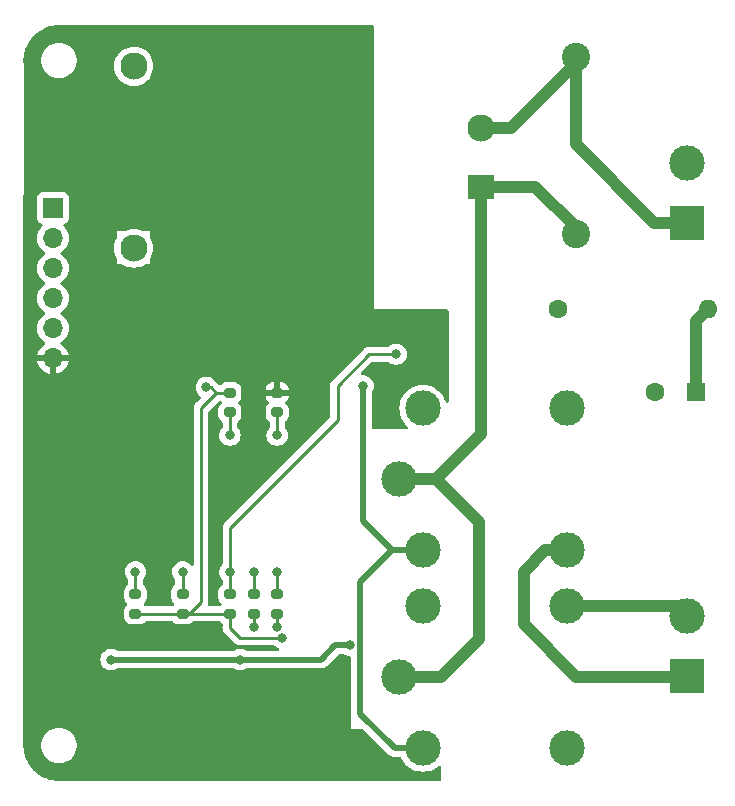
<source format=gbl>
G04 #@! TF.GenerationSoftware,KiCad,Pcbnew,7.0.8*
G04 #@! TF.CreationDate,2024-02-21T14:09:27-03:00*
G04 #@! TF.ProjectId,lamp_module,6c616d70-5f6d-46f6-9475-6c652e6b6963,1.0*
G04 #@! TF.SameCoordinates,Original*
G04 #@! TF.FileFunction,Copper,L2,Bot*
G04 #@! TF.FilePolarity,Positive*
%FSLAX46Y46*%
G04 Gerber Fmt 4.6, Leading zero omitted, Abs format (unit mm)*
G04 Created by KiCad (PCBNEW 7.0.8) date 2024-02-21 14:09:27*
%MOMM*%
%LPD*%
G01*
G04 APERTURE LIST*
G04 Aperture macros list*
%AMRoundRect*
0 Rectangle with rounded corners*
0 $1 Rounding radius*
0 $2 $3 $4 $5 $6 $7 $8 $9 X,Y pos of 4 corners*
0 Add a 4 corners polygon primitive as box body*
4,1,4,$2,$3,$4,$5,$6,$7,$8,$9,$2,$3,0*
0 Add four circle primitives for the rounded corners*
1,1,$1+$1,$2,$3*
1,1,$1+$1,$4,$5*
1,1,$1+$1,$6,$7*
1,1,$1+$1,$8,$9*
0 Add four rect primitives between the rounded corners*
20,1,$1+$1,$2,$3,$4,$5,0*
20,1,$1+$1,$4,$5,$6,$7,0*
20,1,$1+$1,$6,$7,$8,$9,0*
20,1,$1+$1,$8,$9,$2,$3,0*%
G04 Aperture macros list end*
G04 #@! TA.AperFunction,ComponentPad*
%ADD10R,3.000000X3.000000*%
G04 #@! TD*
G04 #@! TA.AperFunction,ComponentPad*
%ADD11C,3.000000*%
G04 #@! TD*
G04 #@! TA.AperFunction,ComponentPad*
%ADD12C,1.600000*%
G04 #@! TD*
G04 #@! TA.AperFunction,ComponentPad*
%ADD13O,1.600000X1.600000*%
G04 #@! TD*
G04 #@! TA.AperFunction,ComponentPad*
%ADD14R,1.600000X1.600000*%
G04 #@! TD*
G04 #@! TA.AperFunction,ComponentPad*
%ADD15C,2.400000*%
G04 #@! TD*
G04 #@! TA.AperFunction,ComponentPad*
%ADD16R,1.700000X1.700000*%
G04 #@! TD*
G04 #@! TA.AperFunction,ComponentPad*
%ADD17O,1.700000X1.700000*%
G04 #@! TD*
G04 #@! TA.AperFunction,ComponentPad*
%ADD18R,2.300000X2.000000*%
G04 #@! TD*
G04 #@! TA.AperFunction,ComponentPad*
%ADD19C,2.300000*%
G04 #@! TD*
G04 #@! TA.AperFunction,SMDPad,CuDef*
%ADD20RoundRect,0.200000X0.275000X-0.200000X0.275000X0.200000X-0.275000X0.200000X-0.275000X-0.200000X0*%
G04 #@! TD*
G04 #@! TA.AperFunction,SMDPad,CuDef*
%ADD21RoundRect,0.200000X-0.275000X0.200000X-0.275000X-0.200000X0.275000X-0.200000X0.275000X0.200000X0*%
G04 #@! TD*
G04 #@! TA.AperFunction,ViaPad*
%ADD22C,0.800000*%
G04 #@! TD*
G04 #@! TA.AperFunction,Conductor*
%ADD23C,1.000000*%
G04 #@! TD*
G04 #@! TA.AperFunction,Conductor*
%ADD24C,0.500000*%
G04 #@! TD*
G04 #@! TA.AperFunction,Conductor*
%ADD25C,0.250000*%
G04 #@! TD*
G04 APERTURE END LIST*
D10*
X175260000Y-85582250D03*
D11*
X175260000Y-80502250D03*
D12*
X164381750Y-92920250D03*
D13*
X177081750Y-92920250D03*
D11*
X150943750Y-107316250D03*
X165143750Y-101316250D03*
X165143750Y-113316250D03*
X152943750Y-113316250D03*
X152943750Y-101316250D03*
D10*
X175260000Y-123952000D03*
D11*
X175260000Y-118872000D03*
D14*
X176065750Y-99905250D03*
D12*
X172565750Y-99905250D03*
D11*
X150943750Y-124066250D03*
X165143750Y-118066250D03*
X165143750Y-130066250D03*
X152943750Y-130066250D03*
X152943750Y-118066250D03*
D15*
X165862000Y-86542250D03*
X165862000Y-71542250D03*
D16*
X121615750Y-84350250D03*
D17*
X121615750Y-86890250D03*
X121615750Y-89430250D03*
X121615750Y-91970250D03*
X121615750Y-94510250D03*
X121615750Y-97050250D03*
D18*
X157862250Y-82542250D03*
D19*
X157862250Y-77542250D03*
X128462250Y-87742250D03*
X128462250Y-72342250D03*
D20*
X138599750Y-118700250D03*
X138599750Y-117050250D03*
X136599750Y-118700250D03*
X136599750Y-117050250D03*
X128599750Y-118700250D03*
X128599750Y-117050250D03*
X140599750Y-118700250D03*
X140599750Y-117050250D03*
X140599750Y-101650250D03*
X140599750Y-100000250D03*
X132599750Y-118700250D03*
X132599750Y-117050250D03*
D21*
X136599750Y-100000250D03*
X136599750Y-101650250D03*
D22*
X137457750Y-122580250D03*
X147871750Y-99397250D03*
X126535750Y-122580250D03*
X146728750Y-121368250D03*
X139108750Y-92158250D03*
X133266750Y-128226250D03*
X123614750Y-77045250D03*
X125265750Y-128226250D03*
X136187750Y-128226250D03*
X143108750Y-126956250D03*
X136993250Y-93555250D03*
X128185750Y-95968250D03*
X144061750Y-102572250D03*
X142599750Y-124162250D03*
X133901750Y-125120250D03*
X150665750Y-94190250D03*
X122725750Y-125120250D03*
X136993250Y-98381250D03*
X134599750Y-99524250D03*
X141011401Y-120755045D03*
X132599750Y-115145250D03*
X128599750Y-115145250D03*
X136599750Y-103588250D03*
X140599750Y-103588250D03*
X140599750Y-119844250D03*
X140599750Y-115145250D03*
X138600750Y-119844250D03*
X138599750Y-115145250D03*
X150665750Y-96730250D03*
X136599750Y-115145250D03*
D23*
X157650750Y-120860250D02*
X157650750Y-110917250D01*
X165862000Y-85990500D02*
X165862000Y-86542250D01*
X154444750Y-124066250D02*
X157650750Y-120860250D01*
X157862250Y-103503750D02*
X154049750Y-107316250D01*
X154049750Y-107316250D02*
X150943750Y-107316250D01*
X157862250Y-82542250D02*
X162413750Y-82542250D01*
X157650750Y-110917250D02*
X154049750Y-107316250D01*
X157862250Y-82542250D02*
X157862250Y-103503750D01*
X150943750Y-124066250D02*
X154444750Y-124066250D01*
X162413750Y-82542250D02*
X165862000Y-85990500D01*
X165862000Y-72094000D02*
X165862000Y-71542250D01*
X165862000Y-78906500D02*
X172537750Y-85582250D01*
X172537750Y-85582250D02*
X175260000Y-85582250D01*
X157862250Y-77542250D02*
X160413750Y-77542250D01*
X160413750Y-77542250D02*
X165862000Y-72094000D01*
X165862000Y-71542250D02*
X165862000Y-78906500D01*
D24*
X152943750Y-113316250D02*
X150335750Y-113316250D01*
X147617750Y-116034250D02*
X150335750Y-113316250D01*
X145499750Y-121368250D02*
X144287750Y-122580250D01*
X152943750Y-130066250D02*
X150537250Y-130066250D01*
X126535750Y-122580250D02*
X137457750Y-122580250D01*
X146728750Y-121368250D02*
X145499750Y-121368250D01*
X147617750Y-127146750D02*
X147617750Y-116034250D01*
X147871750Y-110852250D02*
X147871750Y-99397250D01*
X150537250Y-130066250D02*
X147617750Y-127146750D01*
X144287750Y-122580250D02*
X137457750Y-122580250D01*
X150335750Y-113316250D02*
X147871750Y-110852250D01*
D25*
X133140750Y-118700250D02*
X132599750Y-118700250D01*
X135457750Y-100000250D02*
X134155750Y-101302250D01*
X141011401Y-120755045D02*
X137479545Y-120755045D01*
X137479545Y-120755045D02*
X136599750Y-119875250D01*
X132599750Y-118700250D02*
X136599750Y-118700250D01*
X136599750Y-119875250D02*
X136599750Y-118700250D01*
X134981750Y-99524250D02*
X135457750Y-100000250D01*
X134155750Y-101302250D02*
X134155750Y-117685250D01*
X136599750Y-100000250D02*
X135457750Y-100000250D01*
X134155750Y-117685250D02*
X133140750Y-118700250D01*
X128599750Y-118700250D02*
X132599750Y-118700250D01*
X134409750Y-99524250D02*
X134981750Y-99524250D01*
D23*
X176065750Y-93936250D02*
X177081750Y-92920250D01*
X176065750Y-99905250D02*
X176065750Y-93936250D01*
X163289750Y-113316250D02*
X161460750Y-115145250D01*
X165143750Y-113316250D02*
X163289750Y-113316250D01*
X175176750Y-124035250D02*
X175260000Y-123952000D01*
X161460750Y-115145250D02*
X161460750Y-119590250D01*
X165905750Y-124035250D02*
X175176750Y-124035250D01*
X161460750Y-119590250D02*
X165905750Y-124035250D01*
D25*
X132599750Y-115145250D02*
X132599750Y-117050250D01*
X128599750Y-117050250D02*
X128599750Y-115145250D01*
X136568750Y-103588250D02*
X136599750Y-103557250D01*
X136599750Y-103557250D02*
X136599750Y-101650250D01*
X140599750Y-103588250D02*
X140599750Y-101650250D01*
X140599750Y-118700250D02*
X140599750Y-119844250D01*
X140599750Y-115018250D02*
X140599750Y-117050250D01*
X138599750Y-119843250D02*
X138599750Y-118700250D01*
X138600750Y-119844250D02*
X138599750Y-119843250D01*
X138599750Y-117050250D02*
X138599750Y-115145250D01*
X145712750Y-102318250D02*
X145712750Y-99397250D01*
X145712750Y-99397250D02*
X148379750Y-96730250D01*
X136599750Y-115145250D02*
X136599750Y-111431250D01*
X136599750Y-111431250D02*
X145712750Y-102318250D01*
X136599750Y-115145250D02*
X136599750Y-117050250D01*
X148379750Y-96730250D02*
X150665750Y-96730250D01*
D23*
X174454250Y-118066250D02*
X175260000Y-118872000D01*
X165143750Y-118066250D02*
X174454250Y-118066250D01*
G04 #@! TA.AperFunction,Conductor*
G36*
X148703789Y-68870435D02*
G01*
X148749544Y-68923239D01*
X148760750Y-68974750D01*
X148760750Y-92920250D01*
X154986750Y-92920250D01*
X155053789Y-92939935D01*
X155099544Y-92992739D01*
X155110750Y-93044250D01*
X155110750Y-100715090D01*
X155091065Y-100782129D01*
X155038261Y-100827884D01*
X154969103Y-100837828D01*
X154905547Y-100808803D01*
X154870896Y-100754895D01*
X154869666Y-100755354D01*
X154868120Y-100751209D01*
X154868119Y-100751204D01*
X154768117Y-100483089D01*
X154692577Y-100344749D01*
X154630979Y-100231940D01*
X154630974Y-100231932D01*
X154459495Y-100002862D01*
X154459479Y-100002844D01*
X154257155Y-99800520D01*
X154257137Y-99800504D01*
X154028067Y-99629025D01*
X154028059Y-99629020D01*
X153776916Y-99491885D01*
X153776917Y-99491885D01*
X153669665Y-99451882D01*
X153508796Y-99391881D01*
X153508793Y-99391880D01*
X153508787Y-99391878D01*
X153229183Y-99331054D01*
X152943751Y-99310640D01*
X152943749Y-99310640D01*
X152658316Y-99331054D01*
X152378712Y-99391878D01*
X152110583Y-99491885D01*
X151859440Y-99629020D01*
X151859432Y-99629025D01*
X151630362Y-99800504D01*
X151630344Y-99800520D01*
X151428020Y-100002844D01*
X151428004Y-100002862D01*
X151256525Y-100231932D01*
X151256520Y-100231940D01*
X151119385Y-100483083D01*
X151019378Y-100751212D01*
X150958554Y-101030816D01*
X150938140Y-101316248D01*
X150938140Y-101316251D01*
X150958554Y-101601683D01*
X151019378Y-101881287D01*
X151019380Y-101881293D01*
X151019381Y-101881296D01*
X151055242Y-101977442D01*
X151119385Y-102149416D01*
X151256520Y-102400559D01*
X151256525Y-102400567D01*
X151428004Y-102629637D01*
X151428020Y-102629655D01*
X151630344Y-102831979D01*
X151630350Y-102831984D01*
X151630355Y-102831989D01*
X151660641Y-102854660D01*
X151663743Y-102856983D01*
X151705614Y-102912917D01*
X151710598Y-102982609D01*
X151677113Y-103043932D01*
X151615789Y-103077416D01*
X151589432Y-103080250D01*
X148746250Y-103080250D01*
X148679211Y-103060565D01*
X148633456Y-103007761D01*
X148622250Y-102956250D01*
X148622250Y-99931571D01*
X148638863Y-99869571D01*
X148698929Y-99765534D01*
X148757424Y-99585506D01*
X148777210Y-99397250D01*
X148757424Y-99208994D01*
X148698929Y-99028966D01*
X148604283Y-98865034D01*
X148477621Y-98724362D01*
X148461717Y-98712807D01*
X148324484Y-98613101D01*
X148324479Y-98613098D01*
X148151557Y-98536107D01*
X148151552Y-98536105D01*
X148005751Y-98505115D01*
X147966396Y-98496750D01*
X147797201Y-98496750D01*
X147730162Y-98477065D01*
X147684407Y-98424261D01*
X147674463Y-98355103D01*
X147703488Y-98291547D01*
X147709520Y-98285069D01*
X148073258Y-97921332D01*
X148602521Y-97392069D01*
X148663844Y-97358584D01*
X148690202Y-97355750D01*
X149962002Y-97355750D01*
X150029041Y-97375435D01*
X150054150Y-97396776D01*
X150059876Y-97403135D01*
X150059880Y-97403139D01*
X150213015Y-97514398D01*
X150213020Y-97514401D01*
X150385942Y-97591392D01*
X150385947Y-97591394D01*
X150571104Y-97630750D01*
X150571105Y-97630750D01*
X150760394Y-97630750D01*
X150760396Y-97630750D01*
X150945553Y-97591394D01*
X151118480Y-97514401D01*
X151271621Y-97403138D01*
X151398283Y-97262466D01*
X151492929Y-97098534D01*
X151551424Y-96918506D01*
X151571210Y-96730250D01*
X151551424Y-96541994D01*
X151492929Y-96361966D01*
X151398283Y-96198034D01*
X151271621Y-96057362D01*
X151271620Y-96057361D01*
X151118484Y-95946101D01*
X151118479Y-95946098D01*
X150945557Y-95869107D01*
X150945552Y-95869105D01*
X150799751Y-95838115D01*
X150760396Y-95829750D01*
X150571104Y-95829750D01*
X150538647Y-95836648D01*
X150385947Y-95869105D01*
X150385942Y-95869107D01*
X150213020Y-95946098D01*
X150213015Y-95946101D01*
X150059880Y-96057360D01*
X150059876Y-96057364D01*
X150054150Y-96063724D01*
X149994663Y-96100371D01*
X149962002Y-96104750D01*
X148462493Y-96104750D01*
X148446872Y-96103025D01*
X148446845Y-96103311D01*
X148439083Y-96102576D01*
X148369922Y-96104750D01*
X148340399Y-96104750D01*
X148333528Y-96105617D01*
X148327709Y-96106075D01*
X148281124Y-96107539D01*
X148281118Y-96107540D01*
X148261876Y-96113130D01*
X148242837Y-96117073D01*
X148222967Y-96119584D01*
X148222953Y-96119587D01*
X148179633Y-96136738D01*
X148174108Y-96138630D01*
X148129363Y-96151630D01*
X148129360Y-96151631D01*
X148112116Y-96161829D01*
X148094655Y-96170383D01*
X148076024Y-96177760D01*
X148076012Y-96177767D01*
X148038320Y-96205152D01*
X148033437Y-96208359D01*
X147993330Y-96232079D01*
X147979164Y-96246245D01*
X147964374Y-96258877D01*
X147948164Y-96270654D01*
X147948161Y-96270657D01*
X147918460Y-96306559D01*
X147914527Y-96310881D01*
X145328958Y-98896449D01*
X145316701Y-98906270D01*
X145316884Y-98906491D01*
X145310873Y-98911463D01*
X145263522Y-98961886D01*
X145242639Y-98982769D01*
X145242627Y-98982782D01*
X145238371Y-98988267D01*
X145234587Y-98992697D01*
X145202687Y-99026668D01*
X145202686Y-99026670D01*
X145193034Y-99044226D01*
X145182360Y-99060476D01*
X145170079Y-99076311D01*
X145170074Y-99076318D01*
X145151565Y-99119088D01*
X145148995Y-99124334D01*
X145126553Y-99165156D01*
X145121572Y-99184557D01*
X145115271Y-99202960D01*
X145107312Y-99221352D01*
X145107311Y-99221355D01*
X145100021Y-99267377D01*
X145098837Y-99273096D01*
X145087251Y-99318222D01*
X145087250Y-99318232D01*
X145087250Y-99338266D01*
X145085723Y-99357665D01*
X145082590Y-99377444D01*
X145082590Y-99377445D01*
X145086975Y-99423833D01*
X145087250Y-99429671D01*
X145087250Y-102007796D01*
X145067565Y-102074835D01*
X145050931Y-102095477D01*
X136215958Y-110930449D01*
X136203701Y-110940270D01*
X136203884Y-110940491D01*
X136197873Y-110945463D01*
X136150522Y-110995886D01*
X136129639Y-111016769D01*
X136129627Y-111016782D01*
X136125371Y-111022267D01*
X136121587Y-111026697D01*
X136089687Y-111060668D01*
X136089686Y-111060670D01*
X136080034Y-111078226D01*
X136069360Y-111094476D01*
X136057079Y-111110311D01*
X136057074Y-111110318D01*
X136038565Y-111153088D01*
X136035995Y-111158334D01*
X136013553Y-111199156D01*
X136008572Y-111218557D01*
X136002271Y-111236960D01*
X135994312Y-111255352D01*
X135994311Y-111255355D01*
X135987021Y-111301377D01*
X135985837Y-111307096D01*
X135974251Y-111352222D01*
X135974250Y-111352232D01*
X135974250Y-111372266D01*
X135972723Y-111391665D01*
X135969590Y-111411444D01*
X135969590Y-111411445D01*
X135973975Y-111457833D01*
X135974250Y-111463671D01*
X135974250Y-114446562D01*
X135954565Y-114513601D01*
X135942400Y-114529534D01*
X135867216Y-114613034D01*
X135772571Y-114776965D01*
X135772568Y-114776972D01*
X135731329Y-114903894D01*
X135714076Y-114956994D01*
X135694290Y-115145250D01*
X135714076Y-115333506D01*
X135714077Y-115333509D01*
X135772568Y-115513527D01*
X135772571Y-115513534D01*
X135867217Y-115677466D01*
X135885400Y-115697660D01*
X135942400Y-115760965D01*
X135972630Y-115823956D01*
X135974250Y-115843937D01*
X135974250Y-116173647D01*
X135954565Y-116240686D01*
X135914402Y-116279763D01*
X135889563Y-116294779D01*
X135889561Y-116294780D01*
X135769280Y-116415061D01*
X135681272Y-116560643D01*
X135630663Y-116723057D01*
X135624250Y-116793636D01*
X135624250Y-117306863D01*
X135630663Y-117377442D01*
X135630663Y-117377444D01*
X135630664Y-117377446D01*
X135681272Y-117539856D01*
X135705866Y-117580540D01*
X135769280Y-117685438D01*
X135871411Y-117787569D01*
X135904896Y-117848892D01*
X135899912Y-117918584D01*
X135871411Y-117962931D01*
X135795911Y-118038431D01*
X135734588Y-118071916D01*
X135708230Y-118074750D01*
X134861391Y-118074750D01*
X134794352Y-118055065D01*
X134748597Y-118002261D01*
X134738653Y-117933103D01*
X134741286Y-117919914D01*
X134741945Y-117917344D01*
X134741947Y-117917342D01*
X134746930Y-117897930D01*
X134753227Y-117879541D01*
X134761188Y-117861145D01*
X134768479Y-117815103D01*
X134769658Y-117809412D01*
X134781250Y-117764269D01*
X134781250Y-117744233D01*
X134782777Y-117724832D01*
X134785910Y-117705054D01*
X134781525Y-117658665D01*
X134781250Y-117652827D01*
X134781250Y-101612702D01*
X134800935Y-101545663D01*
X134817569Y-101525021D01*
X135243581Y-101099009D01*
X135650537Y-100692053D01*
X135711858Y-100658570D01*
X135781550Y-100663554D01*
X135825897Y-100692055D01*
X135871411Y-100737569D01*
X135904896Y-100798892D01*
X135899912Y-100868584D01*
X135871411Y-100912931D01*
X135769281Y-101015060D01*
X135769280Y-101015061D01*
X135681272Y-101160643D01*
X135630663Y-101323057D01*
X135624250Y-101393636D01*
X135624250Y-101906863D01*
X135630663Y-101977442D01*
X135681272Y-102139856D01*
X135769280Y-102285438D01*
X135889561Y-102405719D01*
X135889563Y-102405720D01*
X135889565Y-102405722D01*
X135914400Y-102420735D01*
X135961587Y-102472260D01*
X135974250Y-102526851D01*
X135974250Y-102889562D01*
X135954565Y-102956601D01*
X135942400Y-102972534D01*
X135867216Y-103056034D01*
X135772571Y-103219965D01*
X135772568Y-103219972D01*
X135746096Y-103301446D01*
X135714076Y-103399994D01*
X135694290Y-103588250D01*
X135714076Y-103776506D01*
X135714077Y-103776509D01*
X135772568Y-103956527D01*
X135772571Y-103956534D01*
X135867217Y-104120466D01*
X135916617Y-104175330D01*
X135993879Y-104261138D01*
X136147015Y-104372398D01*
X136147020Y-104372401D01*
X136319942Y-104449392D01*
X136319947Y-104449394D01*
X136505104Y-104488750D01*
X136505105Y-104488750D01*
X136694394Y-104488750D01*
X136694396Y-104488750D01*
X136879553Y-104449394D01*
X137052480Y-104372401D01*
X137205621Y-104261138D01*
X137332283Y-104120466D01*
X137426929Y-103956534D01*
X137485424Y-103776506D01*
X137505210Y-103588250D01*
X137485424Y-103399994D01*
X137426929Y-103219966D01*
X137332283Y-103056034D01*
X137321386Y-103043932D01*
X137257100Y-102972534D01*
X137226870Y-102909542D01*
X137225250Y-102889562D01*
X137225250Y-102526851D01*
X137244935Y-102459812D01*
X137285098Y-102420735D01*
X137309935Y-102405722D01*
X137430222Y-102285435D01*
X137518228Y-102139856D01*
X137568836Y-101977446D01*
X137575250Y-101906866D01*
X137575250Y-101906863D01*
X139624250Y-101906863D01*
X139630663Y-101977442D01*
X139681272Y-102139856D01*
X139769280Y-102285438D01*
X139889561Y-102405719D01*
X139889563Y-102405720D01*
X139889565Y-102405722D01*
X139914400Y-102420735D01*
X139961587Y-102472260D01*
X139974250Y-102526851D01*
X139974250Y-102889562D01*
X139954565Y-102956601D01*
X139942400Y-102972534D01*
X139867216Y-103056034D01*
X139772571Y-103219965D01*
X139772568Y-103219972D01*
X139746096Y-103301446D01*
X139714076Y-103399994D01*
X139694290Y-103588250D01*
X139714076Y-103776506D01*
X139714077Y-103776509D01*
X139772568Y-103956527D01*
X139772571Y-103956534D01*
X139867217Y-104120466D01*
X139916617Y-104175330D01*
X139993879Y-104261138D01*
X140147015Y-104372398D01*
X140147020Y-104372401D01*
X140319942Y-104449392D01*
X140319947Y-104449394D01*
X140505104Y-104488750D01*
X140505105Y-104488750D01*
X140694394Y-104488750D01*
X140694396Y-104488750D01*
X140879553Y-104449394D01*
X141052480Y-104372401D01*
X141205621Y-104261138D01*
X141332283Y-104120466D01*
X141426929Y-103956534D01*
X141485424Y-103776506D01*
X141505210Y-103588250D01*
X141485424Y-103399994D01*
X141426929Y-103219966D01*
X141332283Y-103056034D01*
X141321386Y-103043932D01*
X141257100Y-102972534D01*
X141226870Y-102909542D01*
X141225250Y-102889562D01*
X141225250Y-102526851D01*
X141244935Y-102459812D01*
X141285098Y-102420735D01*
X141309935Y-102405722D01*
X141430222Y-102285435D01*
X141518228Y-102139856D01*
X141568836Y-101977446D01*
X141575250Y-101906866D01*
X141575250Y-101393634D01*
X141568836Y-101323054D01*
X141518228Y-101160644D01*
X141430222Y-101015065D01*
X141430220Y-101015063D01*
X141430219Y-101015061D01*
X141327734Y-100912576D01*
X141294249Y-100851253D01*
X141299233Y-100781561D01*
X141327735Y-100737213D01*
X141429821Y-100635128D01*
X141429822Y-100635127D01*
X141517769Y-100489645D01*
X141568340Y-100327356D01*
X141574750Y-100256822D01*
X141574750Y-100250250D01*
X139624751Y-100250250D01*
X139624751Y-100256832D01*
X139631158Y-100327352D01*
X139631159Y-100327357D01*
X139681731Y-100489646D01*
X139769677Y-100635127D01*
X139871765Y-100737215D01*
X139905250Y-100798538D01*
X139900266Y-100868230D01*
X139871765Y-100912577D01*
X139769281Y-101015060D01*
X139769280Y-101015061D01*
X139681272Y-101160643D01*
X139630663Y-101323057D01*
X139624250Y-101393636D01*
X139624250Y-101906863D01*
X137575250Y-101906863D01*
X137575250Y-101393634D01*
X137568836Y-101323054D01*
X137518228Y-101160644D01*
X137430222Y-101015065D01*
X137430220Y-101015063D01*
X137430219Y-101015061D01*
X137328089Y-100912931D01*
X137294604Y-100851608D01*
X137299588Y-100781916D01*
X137328089Y-100737569D01*
X137430218Y-100635439D01*
X137430219Y-100635438D01*
X137430222Y-100635435D01*
X137518228Y-100489856D01*
X137568836Y-100327446D01*
X137575250Y-100256866D01*
X137575250Y-99750250D01*
X139624750Y-99750250D01*
X140349750Y-99750250D01*
X140349750Y-99100250D01*
X140849750Y-99100250D01*
X140849750Y-99750250D01*
X141574749Y-99750250D01*
X141574749Y-99743667D01*
X141568341Y-99673147D01*
X141568340Y-99673142D01*
X141517768Y-99510853D01*
X141429822Y-99365372D01*
X141309627Y-99245177D01*
X141164145Y-99157230D01*
X141164146Y-99157230D01*
X141001855Y-99106659D01*
X141001856Y-99106659D01*
X140931322Y-99100250D01*
X140849750Y-99100250D01*
X140349750Y-99100250D01*
X140349749Y-99100249D01*
X140268167Y-99100250D01*
X140197647Y-99106658D01*
X140197642Y-99106659D01*
X140035353Y-99157231D01*
X139889872Y-99245177D01*
X139769677Y-99365372D01*
X139681730Y-99510854D01*
X139631159Y-99673143D01*
X139624750Y-99743677D01*
X139624750Y-99750250D01*
X137575250Y-99750250D01*
X137575250Y-99743634D01*
X137568836Y-99673054D01*
X137518228Y-99510644D01*
X137430222Y-99365065D01*
X137430220Y-99365063D01*
X137430219Y-99365061D01*
X137309938Y-99244780D01*
X137234351Y-99199086D01*
X137164356Y-99156772D01*
X137001946Y-99106164D01*
X137001944Y-99106163D01*
X137001942Y-99106163D01*
X136952528Y-99101673D01*
X136931366Y-99099750D01*
X136268134Y-99099750D01*
X136248895Y-99101498D01*
X136197557Y-99106163D01*
X136035143Y-99156772D01*
X135889561Y-99244780D01*
X135889560Y-99244781D01*
X135825897Y-99308445D01*
X135764574Y-99341930D01*
X135694882Y-99336946D01*
X135650535Y-99308445D01*
X135482556Y-99140466D01*
X135472731Y-99128202D01*
X135472510Y-99128386D01*
X135467535Y-99122371D01*
X135440788Y-99097254D01*
X135417114Y-99075023D01*
X135396221Y-99054130D01*
X135390727Y-99049868D01*
X135386300Y-99046086D01*
X135352332Y-99014188D01*
X135352330Y-99014187D01*
X135348434Y-99010528D01*
X135332996Y-98993016D01*
X135332286Y-98992039D01*
X135332283Y-98992034D01*
X135205621Y-98851362D01*
X135205620Y-98851361D01*
X135052484Y-98740101D01*
X135052479Y-98740098D01*
X134879557Y-98663107D01*
X134879552Y-98663105D01*
X134733751Y-98632115D01*
X134694396Y-98623750D01*
X134505104Y-98623750D01*
X134472647Y-98630648D01*
X134319947Y-98663105D01*
X134319942Y-98663107D01*
X134147020Y-98740098D01*
X134147015Y-98740101D01*
X133993879Y-98851361D01*
X133867216Y-98992035D01*
X133772571Y-99155965D01*
X133772568Y-99155972D01*
X133719847Y-99318232D01*
X133714076Y-99335994D01*
X133694290Y-99524250D01*
X133714076Y-99712506D01*
X133714077Y-99712509D01*
X133772568Y-99892527D01*
X133772571Y-99892534D01*
X133867217Y-100056466D01*
X133993879Y-100197138D01*
X134097899Y-100272713D01*
X134140565Y-100328043D01*
X134146544Y-100397656D01*
X134113938Y-100459451D01*
X134112695Y-100460712D01*
X133771958Y-100801449D01*
X133759701Y-100811270D01*
X133759884Y-100811491D01*
X133753873Y-100816463D01*
X133706522Y-100866886D01*
X133685639Y-100887769D01*
X133685627Y-100887782D01*
X133681371Y-100893267D01*
X133677587Y-100897697D01*
X133645687Y-100931668D01*
X133645686Y-100931670D01*
X133636034Y-100949226D01*
X133625360Y-100965476D01*
X133613079Y-100981311D01*
X133613074Y-100981318D01*
X133594565Y-101024088D01*
X133591995Y-101029334D01*
X133569553Y-101070156D01*
X133564572Y-101089557D01*
X133558271Y-101107960D01*
X133550312Y-101126352D01*
X133550311Y-101126355D01*
X133543021Y-101172377D01*
X133541837Y-101178096D01*
X133530251Y-101223222D01*
X133530250Y-101223232D01*
X133530250Y-101243266D01*
X133528723Y-101262665D01*
X133525590Y-101282444D01*
X133525590Y-101282445D01*
X133529975Y-101328833D01*
X133530250Y-101334671D01*
X133530250Y-114509867D01*
X133510565Y-114576906D01*
X133457761Y-114622661D01*
X133388603Y-114632605D01*
X133325047Y-114603580D01*
X133314100Y-114592840D01*
X133299753Y-114576906D01*
X133205621Y-114472362D01*
X133205617Y-114472359D01*
X133052484Y-114361101D01*
X133052479Y-114361098D01*
X132879557Y-114284107D01*
X132879552Y-114284105D01*
X132733751Y-114253115D01*
X132694396Y-114244750D01*
X132505104Y-114244750D01*
X132472647Y-114251648D01*
X132319947Y-114284105D01*
X132319942Y-114284107D01*
X132147020Y-114361098D01*
X132147015Y-114361101D01*
X131993879Y-114472361D01*
X131867216Y-114613035D01*
X131772571Y-114776965D01*
X131772568Y-114776972D01*
X131731329Y-114903894D01*
X131714076Y-114956994D01*
X131694290Y-115145250D01*
X131714076Y-115333506D01*
X131714077Y-115333509D01*
X131772568Y-115513527D01*
X131772571Y-115513534D01*
X131867217Y-115677466D01*
X131885400Y-115697660D01*
X131942400Y-115760965D01*
X131972630Y-115823956D01*
X131974250Y-115843937D01*
X131974250Y-116173647D01*
X131954565Y-116240686D01*
X131914402Y-116279763D01*
X131889563Y-116294779D01*
X131889561Y-116294780D01*
X131769280Y-116415061D01*
X131681272Y-116560643D01*
X131630663Y-116723057D01*
X131624250Y-116793636D01*
X131624250Y-117306863D01*
X131630663Y-117377442D01*
X131630663Y-117377444D01*
X131630664Y-117377446D01*
X131681272Y-117539856D01*
X131705866Y-117580540D01*
X131769280Y-117685438D01*
X131871411Y-117787569D01*
X131904896Y-117848892D01*
X131899912Y-117918584D01*
X131871411Y-117962931D01*
X131795911Y-118038431D01*
X131734588Y-118071916D01*
X131708230Y-118074750D01*
X129491270Y-118074750D01*
X129424231Y-118055065D01*
X129403589Y-118038431D01*
X129328089Y-117962931D01*
X129294604Y-117901608D01*
X129299588Y-117831916D01*
X129328089Y-117787569D01*
X129430218Y-117685439D01*
X129430219Y-117685438D01*
X129430222Y-117685435D01*
X129518228Y-117539856D01*
X129568836Y-117377446D01*
X129575250Y-117306866D01*
X129575250Y-116793634D01*
X129568836Y-116723054D01*
X129518228Y-116560644D01*
X129430222Y-116415065D01*
X129430220Y-116415063D01*
X129430219Y-116415061D01*
X129309938Y-116294780D01*
X129309936Y-116294779D01*
X129309935Y-116294778D01*
X129285098Y-116279763D01*
X129237912Y-116228234D01*
X129225250Y-116173647D01*
X129225250Y-115843937D01*
X129244935Y-115776898D01*
X129257100Y-115760965D01*
X129275641Y-115740372D01*
X129332283Y-115677466D01*
X129426929Y-115513534D01*
X129485424Y-115333506D01*
X129505210Y-115145250D01*
X129485424Y-114956994D01*
X129426929Y-114776966D01*
X129332283Y-114613034D01*
X129205621Y-114472362D01*
X129205617Y-114472359D01*
X129052484Y-114361101D01*
X129052479Y-114361098D01*
X128879557Y-114284107D01*
X128879552Y-114284105D01*
X128733751Y-114253115D01*
X128694396Y-114244750D01*
X128505104Y-114244750D01*
X128472647Y-114251648D01*
X128319947Y-114284105D01*
X128319942Y-114284107D01*
X128147020Y-114361098D01*
X128147015Y-114361101D01*
X127993879Y-114472361D01*
X127867216Y-114613035D01*
X127772571Y-114776965D01*
X127772568Y-114776972D01*
X127731329Y-114903894D01*
X127714076Y-114956994D01*
X127694290Y-115145250D01*
X127714076Y-115333506D01*
X127714077Y-115333509D01*
X127772568Y-115513527D01*
X127772571Y-115513534D01*
X127867217Y-115677466D01*
X127885400Y-115697660D01*
X127942400Y-115760965D01*
X127972630Y-115823956D01*
X127974250Y-115843937D01*
X127974250Y-116173647D01*
X127954565Y-116240686D01*
X127914402Y-116279763D01*
X127889563Y-116294779D01*
X127889561Y-116294780D01*
X127769280Y-116415061D01*
X127681272Y-116560643D01*
X127630663Y-116723057D01*
X127624250Y-116793636D01*
X127624250Y-117306863D01*
X127630663Y-117377442D01*
X127630663Y-117377444D01*
X127630664Y-117377446D01*
X127681272Y-117539856D01*
X127705866Y-117580540D01*
X127769280Y-117685438D01*
X127871411Y-117787569D01*
X127904896Y-117848892D01*
X127899912Y-117918584D01*
X127871411Y-117962931D01*
X127769281Y-118065060D01*
X127769280Y-118065061D01*
X127681272Y-118210643D01*
X127630663Y-118373057D01*
X127624250Y-118443636D01*
X127624250Y-118956863D01*
X127630663Y-119027442D01*
X127630663Y-119027444D01*
X127630664Y-119027446D01*
X127681272Y-119189856D01*
X127765136Y-119328584D01*
X127769280Y-119335438D01*
X127889561Y-119455719D01*
X127889563Y-119455720D01*
X127889565Y-119455722D01*
X128035144Y-119543728D01*
X128197554Y-119594336D01*
X128268134Y-119600750D01*
X128268137Y-119600750D01*
X128931363Y-119600750D01*
X128931366Y-119600750D01*
X129001946Y-119594336D01*
X129164356Y-119543728D01*
X129309935Y-119455722D01*
X129325765Y-119439892D01*
X129403589Y-119362069D01*
X129464912Y-119328584D01*
X129491270Y-119325750D01*
X131708230Y-119325750D01*
X131775269Y-119345435D01*
X131795911Y-119362069D01*
X131889561Y-119455719D01*
X131889563Y-119455720D01*
X131889565Y-119455722D01*
X132035144Y-119543728D01*
X132197554Y-119594336D01*
X132268134Y-119600750D01*
X132268137Y-119600750D01*
X132931363Y-119600750D01*
X132931366Y-119600750D01*
X133001946Y-119594336D01*
X133164356Y-119543728D01*
X133309935Y-119455722D01*
X133325765Y-119439892D01*
X133403589Y-119362069D01*
X133464912Y-119328584D01*
X133491270Y-119325750D01*
X135708230Y-119325750D01*
X135775269Y-119345435D01*
X135795911Y-119362069D01*
X135889561Y-119455719D01*
X135889563Y-119455720D01*
X135889565Y-119455722D01*
X135914400Y-119470735D01*
X135961587Y-119522260D01*
X135974250Y-119576851D01*
X135974250Y-119792505D01*
X135972525Y-119808122D01*
X135972811Y-119808149D01*
X135972076Y-119815915D01*
X135974250Y-119885064D01*
X135974250Y-119914593D01*
X135974251Y-119914610D01*
X135975118Y-119921481D01*
X135975576Y-119927300D01*
X135977040Y-119973874D01*
X135977041Y-119973877D01*
X135982630Y-119993117D01*
X135986574Y-120012161D01*
X135989086Y-120032042D01*
X136004851Y-120071860D01*
X136006240Y-120075369D01*
X136008132Y-120080897D01*
X136017760Y-120114036D01*
X136021132Y-120125640D01*
X136023441Y-120129545D01*
X136031330Y-120142884D01*
X136039888Y-120160353D01*
X136047264Y-120178982D01*
X136074648Y-120216673D01*
X136077856Y-120221557D01*
X136101577Y-120261666D01*
X136101583Y-120261674D01*
X136115740Y-120275830D01*
X136128378Y-120290626D01*
X136140155Y-120306836D01*
X136140156Y-120306837D01*
X136176059Y-120336538D01*
X136180370Y-120340460D01*
X136783210Y-120943301D01*
X136978742Y-121138833D01*
X136988567Y-121151096D01*
X136988788Y-121150914D01*
X136993759Y-121156923D01*
X137019762Y-121181340D01*
X137044180Y-121204271D01*
X137065074Y-121225165D01*
X137070556Y-121229418D01*
X137074988Y-121233202D01*
X137108963Y-121265107D01*
X137126521Y-121274759D01*
X137142778Y-121285438D01*
X137158609Y-121297718D01*
X137178282Y-121306231D01*
X137201378Y-121316227D01*
X137206622Y-121318795D01*
X137247453Y-121341242D01*
X137260068Y-121344480D01*
X137266850Y-121346222D01*
X137285264Y-121352526D01*
X137303649Y-121360483D01*
X137349702Y-121367777D01*
X137355371Y-121368951D01*
X137400526Y-121380545D01*
X137420561Y-121380545D01*
X137439958Y-121382071D01*
X137459741Y-121385205D01*
X137506129Y-121380820D01*
X137511967Y-121380545D01*
X140307653Y-121380545D01*
X140374692Y-121400230D01*
X140399801Y-121421571D01*
X140405527Y-121427930D01*
X140405531Y-121427934D01*
X140558666Y-121539193D01*
X140558671Y-121539196D01*
X140678326Y-121592471D01*
X140731563Y-121637721D01*
X140751884Y-121704571D01*
X140732838Y-121771794D01*
X140680472Y-121818049D01*
X140627890Y-121829750D01*
X137997087Y-121829750D01*
X137930048Y-121810065D01*
X137924202Y-121806068D01*
X137910484Y-121796101D01*
X137910479Y-121796098D01*
X137737557Y-121719107D01*
X137737552Y-121719105D01*
X137591694Y-121688103D01*
X137552396Y-121679750D01*
X137363104Y-121679750D01*
X137330647Y-121686648D01*
X137177947Y-121719105D01*
X137177942Y-121719107D01*
X137005020Y-121796098D01*
X137005015Y-121796101D01*
X136991298Y-121806068D01*
X136925492Y-121829548D01*
X136918413Y-121829750D01*
X127075087Y-121829750D01*
X127008048Y-121810065D01*
X127002202Y-121806068D01*
X126988484Y-121796101D01*
X126988479Y-121796098D01*
X126815557Y-121719107D01*
X126815552Y-121719105D01*
X126669694Y-121688103D01*
X126630396Y-121679750D01*
X126441104Y-121679750D01*
X126408647Y-121686648D01*
X126255947Y-121719105D01*
X126255942Y-121719107D01*
X126083020Y-121796098D01*
X126083015Y-121796101D01*
X125929879Y-121907361D01*
X125803216Y-122048035D01*
X125708571Y-122211965D01*
X125708568Y-122211972D01*
X125666567Y-122341239D01*
X125650076Y-122391994D01*
X125630290Y-122580250D01*
X125650076Y-122768506D01*
X125650077Y-122768509D01*
X125708568Y-122948527D01*
X125708571Y-122948534D01*
X125803217Y-123112466D01*
X125853695Y-123168527D01*
X125929879Y-123253138D01*
X126083015Y-123364398D01*
X126083020Y-123364401D01*
X126255942Y-123441392D01*
X126255947Y-123441394D01*
X126441104Y-123480750D01*
X126441105Y-123480750D01*
X126630394Y-123480750D01*
X126630396Y-123480750D01*
X126815553Y-123441394D01*
X126988480Y-123364401D01*
X126990526Y-123362914D01*
X127002202Y-123354432D01*
X127068008Y-123330952D01*
X127075087Y-123330750D01*
X136918413Y-123330750D01*
X136985452Y-123350435D01*
X136991298Y-123354432D01*
X137005015Y-123364398D01*
X137005020Y-123364401D01*
X137177942Y-123441392D01*
X137177947Y-123441394D01*
X137363104Y-123480750D01*
X137363105Y-123480750D01*
X137552394Y-123480750D01*
X137552396Y-123480750D01*
X137737553Y-123441394D01*
X137910480Y-123364401D01*
X137912526Y-123362914D01*
X137924202Y-123354432D01*
X137990008Y-123330952D01*
X137997087Y-123330750D01*
X144224045Y-123330750D01*
X144242015Y-123332059D01*
X144265773Y-123335539D01*
X144317818Y-123330985D01*
X144323220Y-123330750D01*
X144331454Y-123330750D01*
X144331459Y-123330750D01*
X144343077Y-123329391D01*
X144364026Y-123326943D01*
X144376778Y-123325827D01*
X144440547Y-123320249D01*
X144440555Y-123320246D01*
X144447616Y-123318789D01*
X144447628Y-123318848D01*
X144454993Y-123317215D01*
X144454979Y-123317156D01*
X144461996Y-123315491D01*
X144462005Y-123315491D01*
X144534173Y-123289224D01*
X144607084Y-123265064D01*
X144607093Y-123265057D01*
X144613632Y-123262010D01*
X144613658Y-123262066D01*
X144620440Y-123258782D01*
X144620413Y-123258728D01*
X144626856Y-123255490D01*
X144626867Y-123255487D01*
X144691033Y-123213284D01*
X144756406Y-123172962D01*
X144756412Y-123172955D01*
X144762075Y-123168479D01*
X144762113Y-123168527D01*
X144767950Y-123163772D01*
X144767911Y-123163725D01*
X144773446Y-123159080D01*
X144826135Y-123103232D01*
X145774299Y-122155069D01*
X145835622Y-122121584D01*
X145861980Y-122118750D01*
X146189413Y-122118750D01*
X146256452Y-122138435D01*
X146262298Y-122142432D01*
X146276015Y-122152398D01*
X146276020Y-122152401D01*
X146448942Y-122229392D01*
X146448947Y-122229394D01*
X146634104Y-122268750D01*
X146634105Y-122268750D01*
X146731750Y-122268750D01*
X146798789Y-122288435D01*
X146844544Y-122341239D01*
X146855750Y-122392750D01*
X146855750Y-128480250D01*
X147838520Y-128480250D01*
X147905559Y-128499935D01*
X147926201Y-128516569D01*
X149961517Y-130551884D01*
X149973298Y-130565516D01*
X149987640Y-130584780D01*
X150027670Y-130618369D01*
X150031642Y-130622009D01*
X150037473Y-130627840D01*
X150063189Y-130648173D01*
X150122036Y-130697552D01*
X150122038Y-130697553D01*
X150128073Y-130701522D01*
X150128039Y-130701572D01*
X150134394Y-130705620D01*
X150134427Y-130705568D01*
X150140569Y-130709357D01*
X150140573Y-130709360D01*
X150210164Y-130741811D01*
X150278808Y-130776286D01*
X150278811Y-130776287D01*
X150278817Y-130776290D01*
X150278822Y-130776291D01*
X150285605Y-130778760D01*
X150285584Y-130778817D01*
X150292701Y-130781290D01*
X150292720Y-130781234D01*
X150299580Y-130783507D01*
X150374782Y-130799034D01*
X150449529Y-130816750D01*
X150449538Y-130816750D01*
X150456702Y-130817588D01*
X150456695Y-130817647D01*
X150464196Y-130818413D01*
X150464202Y-130818354D01*
X150471390Y-130818983D01*
X150471393Y-130818982D01*
X150471394Y-130818983D01*
X150548148Y-130816750D01*
X151002457Y-130816750D01*
X151069496Y-130836435D01*
X151115251Y-130889239D01*
X151118636Y-130897410D01*
X151119380Y-130899404D01*
X151119385Y-130899416D01*
X151256520Y-131150559D01*
X151256525Y-131150567D01*
X151428004Y-131379637D01*
X151428020Y-131379655D01*
X151630344Y-131581979D01*
X151630362Y-131581995D01*
X151859432Y-131753474D01*
X151859440Y-131753479D01*
X152110583Y-131890614D01*
X152110582Y-131890614D01*
X152110586Y-131890615D01*
X152110589Y-131890617D01*
X152378704Y-131990619D01*
X152378710Y-131990620D01*
X152378712Y-131990621D01*
X152658316Y-132051445D01*
X152658318Y-132051445D01*
X152658322Y-132051446D01*
X152911970Y-132069587D01*
X152943749Y-132071860D01*
X152943750Y-132071860D01*
X152943751Y-132071860D01*
X152972345Y-132069814D01*
X153229178Y-132051446D01*
X153350092Y-132025143D01*
X153508787Y-131990621D01*
X153508787Y-131990620D01*
X153508796Y-131990619D01*
X153776911Y-131890617D01*
X154028065Y-131753476D01*
X154257145Y-131581989D01*
X154264066Y-131575067D01*
X154325386Y-131541581D01*
X154395078Y-131546562D01*
X154451013Y-131588431D01*
X154475434Y-131653894D01*
X154475750Y-131662746D01*
X154475750Y-132722808D01*
X154456065Y-132789847D01*
X154403261Y-132835602D01*
X154351761Y-132846808D01*
X122117372Y-132849748D01*
X122114122Y-132849663D01*
X121982259Y-132842755D01*
X121798738Y-132832452D01*
X121792512Y-132831785D01*
X121640110Y-132807650D01*
X121477581Y-132780037D01*
X121471917Y-132778800D01*
X121319045Y-132737840D01*
X121164021Y-132693180D01*
X121158963Y-132691484D01*
X121009560Y-132634135D01*
X120861745Y-132572909D01*
X120857322Y-132570870D01*
X120713815Y-132497752D01*
X120574273Y-132420631D01*
X120570495Y-132418364D01*
X120434859Y-132330282D01*
X120304986Y-132238132D01*
X120301845Y-132235750D01*
X120176983Y-132134639D01*
X120174687Y-132132685D01*
X120057021Y-132027533D01*
X120054494Y-132025143D01*
X119940855Y-131911504D01*
X119938465Y-131908977D01*
X119833313Y-131791311D01*
X119831359Y-131789015D01*
X119802579Y-131753474D01*
X119730243Y-131664146D01*
X119727866Y-131661012D01*
X119671796Y-131581988D01*
X119635722Y-131531147D01*
X119547626Y-131395490D01*
X119545378Y-131391744D01*
X119468240Y-131252170D01*
X119395128Y-131108676D01*
X119393089Y-131104253D01*
X119331864Y-130956439D01*
X119320570Y-130927016D01*
X119274508Y-130807019D01*
X119272825Y-130801998D01*
X119228165Y-130646975D01*
X119187198Y-130494076D01*
X119185965Y-130488435D01*
X119158353Y-130325915D01*
X119134212Y-130173478D01*
X119133549Y-130167292D01*
X119123241Y-129983698D01*
X119122764Y-129974585D01*
X120615250Y-129974585D01*
X120628893Y-130056344D01*
X120656179Y-130219866D01*
X120736919Y-130455052D01*
X120736922Y-130455061D01*
X120855274Y-130673756D01*
X120855276Y-130673759D01*
X121008012Y-130869994D01*
X121167494Y-131016807D01*
X121190967Y-131038416D01*
X121399143Y-131174423D01*
X121626868Y-131274313D01*
X121867925Y-131335357D01*
X121867929Y-131335358D01*
X121867931Y-131335358D01*
X121867936Y-131335359D01*
X122001126Y-131346395D01*
X122053683Y-131350750D01*
X122053685Y-131350750D01*
X122177815Y-131350750D01*
X122177817Y-131350750D01*
X122239034Y-131345677D01*
X122363563Y-131335359D01*
X122363566Y-131335358D01*
X122363571Y-131335358D01*
X122604631Y-131274313D01*
X122832357Y-131174423D01*
X123040535Y-131038414D01*
X123223488Y-130869994D01*
X123376224Y-130673759D01*
X123494578Y-130455060D01*
X123575321Y-130219864D01*
X123616250Y-129974585D01*
X123616250Y-129725915D01*
X123575321Y-129480636D01*
X123494578Y-129245440D01*
X123376224Y-129026741D01*
X123223488Y-128830506D01*
X123040535Y-128662086D01*
X123040532Y-128662083D01*
X122832356Y-128526076D01*
X122604631Y-128426186D01*
X122363574Y-128365142D01*
X122363563Y-128365140D01*
X122198298Y-128351447D01*
X122177817Y-128349750D01*
X122053683Y-128349750D01*
X122034271Y-128351358D01*
X121867936Y-128365140D01*
X121867925Y-128365142D01*
X121626868Y-128426186D01*
X121399143Y-128526076D01*
X121190967Y-128662083D01*
X121008011Y-128830507D01*
X120855274Y-129026743D01*
X120736922Y-129245438D01*
X120736919Y-129245447D01*
X120656179Y-129480633D01*
X120615250Y-129725915D01*
X120615250Y-129974585D01*
X119122764Y-129974585D01*
X119116334Y-129851871D01*
X119116250Y-129848629D01*
X119116250Y-126559598D01*
X119116740Y-123332059D01*
X119121119Y-94510250D01*
X120260091Y-94510250D01*
X120280686Y-94745653D01*
X120280688Y-94745663D01*
X120341844Y-94973905D01*
X120341846Y-94973909D01*
X120341847Y-94973913D01*
X120441715Y-95188080D01*
X120441717Y-95188084D01*
X120577251Y-95381645D01*
X120577256Y-95381652D01*
X120744347Y-95548743D01*
X120744353Y-95548748D01*
X120930344Y-95678980D01*
X120973969Y-95733557D01*
X120981163Y-95803055D01*
X120949640Y-95865410D01*
X120930345Y-95882130D01*
X120744672Y-96012140D01*
X120744670Y-96012141D01*
X120577641Y-96179170D01*
X120577636Y-96179176D01*
X120442150Y-96372670D01*
X120442149Y-96372672D01*
X120342320Y-96586757D01*
X120342317Y-96586763D01*
X120285114Y-96800249D01*
X120285114Y-96800250D01*
X121182064Y-96800250D01*
X121156257Y-96840406D01*
X121115750Y-96978361D01*
X121115750Y-97122139D01*
X121156257Y-97260094D01*
X121182064Y-97300250D01*
X120285114Y-97300250D01*
X120342317Y-97513736D01*
X120342320Y-97513742D01*
X120442149Y-97727828D01*
X120577644Y-97921332D01*
X120744667Y-98088355D01*
X120938171Y-98223850D01*
X121152257Y-98323679D01*
X121152266Y-98323683D01*
X121365750Y-98380884D01*
X121365750Y-97485751D01*
X121473435Y-97534930D01*
X121579987Y-97550250D01*
X121651513Y-97550250D01*
X121758065Y-97534930D01*
X121865750Y-97485751D01*
X121865750Y-98380883D01*
X122079233Y-98323683D01*
X122079242Y-98323679D01*
X122293328Y-98223850D01*
X122486832Y-98088355D01*
X122653855Y-97921332D01*
X122789350Y-97727828D01*
X122889179Y-97513742D01*
X122889182Y-97513736D01*
X122946386Y-97300250D01*
X122049436Y-97300250D01*
X122075243Y-97260094D01*
X122115750Y-97122139D01*
X122115750Y-96978361D01*
X122075243Y-96840406D01*
X122049436Y-96800250D01*
X122946386Y-96800250D01*
X122946385Y-96800249D01*
X122889182Y-96586763D01*
X122889179Y-96586757D01*
X122789350Y-96372672D01*
X122789349Y-96372670D01*
X122653863Y-96179176D01*
X122653858Y-96179170D01*
X122486828Y-96012140D01*
X122301155Y-95882129D01*
X122257530Y-95827552D01*
X122250338Y-95758054D01*
X122281860Y-95695699D01*
X122301156Y-95678980D01*
X122487151Y-95548745D01*
X122654245Y-95381651D01*
X122789785Y-95188080D01*
X122889653Y-94973913D01*
X122950813Y-94745658D01*
X122971409Y-94510250D01*
X122950813Y-94274842D01*
X122889653Y-94046587D01*
X122789785Y-93832421D01*
X122654245Y-93638849D01*
X122654244Y-93638847D01*
X122487152Y-93471756D01*
X122487146Y-93471751D01*
X122301592Y-93341825D01*
X122257967Y-93287248D01*
X122250773Y-93217750D01*
X122282296Y-93155395D01*
X122301592Y-93138675D01*
X122323776Y-93123141D01*
X122487151Y-93008745D01*
X122654245Y-92841651D01*
X122789785Y-92648080D01*
X122889653Y-92433913D01*
X122950813Y-92205658D01*
X122971409Y-91970250D01*
X122950813Y-91734842D01*
X122889653Y-91506587D01*
X122789785Y-91292421D01*
X122654245Y-91098849D01*
X122654244Y-91098847D01*
X122487152Y-90931756D01*
X122487146Y-90931751D01*
X122301592Y-90801825D01*
X122257967Y-90747248D01*
X122250773Y-90677750D01*
X122282296Y-90615395D01*
X122301592Y-90598675D01*
X122323776Y-90583141D01*
X122487151Y-90468745D01*
X122654245Y-90301651D01*
X122789785Y-90108080D01*
X122889653Y-89893913D01*
X122950813Y-89665658D01*
X122971409Y-89430250D01*
X122950813Y-89194842D01*
X122889653Y-88966587D01*
X122789785Y-88752421D01*
X122701071Y-88625723D01*
X122654244Y-88558847D01*
X122487152Y-88391756D01*
X122487146Y-88391751D01*
X122301592Y-88261825D01*
X122257967Y-88207248D01*
X122250773Y-88137750D01*
X122282296Y-88075395D01*
X122301592Y-88058675D01*
X122453805Y-87952094D01*
X122487151Y-87928745D01*
X122654245Y-87761651D01*
X122667830Y-87742250D01*
X126807148Y-87742250D01*
X126827524Y-88001162D01*
X126888151Y-88253695D01*
X126888156Y-88253712D01*
X126987540Y-88493645D01*
X127025477Y-88555552D01*
X127043750Y-88620343D01*
X127043750Y-89110250D01*
X127501748Y-89110250D01*
X127566538Y-89128523D01*
X127710849Y-89216957D01*
X127710852Y-89216959D01*
X127950787Y-89316343D01*
X127950804Y-89316348D01*
X128203338Y-89376975D01*
X128203337Y-89376975D01*
X128462250Y-89397351D01*
X128721162Y-89376975D01*
X128973695Y-89316348D01*
X128973712Y-89316343D01*
X129213647Y-89216959D01*
X129213650Y-89216957D01*
X129357962Y-89128523D01*
X129422752Y-89110250D01*
X129837750Y-89110250D01*
X129837750Y-88690513D01*
X129856023Y-88625723D01*
X129936957Y-88493650D01*
X129936959Y-88493647D01*
X130036343Y-88253712D01*
X130036348Y-88253695D01*
X130096975Y-88001162D01*
X130117351Y-87742250D01*
X130096975Y-87483337D01*
X130036348Y-87230804D01*
X130036343Y-87230787D01*
X129936959Y-86990852D01*
X129856022Y-86858773D01*
X129837750Y-86793984D01*
X129837750Y-86316250D01*
X129328106Y-86316250D01*
X129263317Y-86297978D01*
X129213647Y-86267540D01*
X128973712Y-86168156D01*
X128973695Y-86168151D01*
X128721161Y-86107524D01*
X128721162Y-86107524D01*
X128462250Y-86087148D01*
X128203337Y-86107524D01*
X127950804Y-86168151D01*
X127950787Y-86168156D01*
X127710852Y-86267540D01*
X127661183Y-86297978D01*
X127596394Y-86316250D01*
X127043750Y-86316250D01*
X127043750Y-86864154D01*
X127025478Y-86928943D01*
X126987540Y-86990852D01*
X126888156Y-87230787D01*
X126888151Y-87230804D01*
X126827524Y-87483337D01*
X126807148Y-87742250D01*
X122667830Y-87742250D01*
X122789785Y-87568080D01*
X122889653Y-87353913D01*
X122950813Y-87125658D01*
X122971409Y-86890250D01*
X122950813Y-86654842D01*
X122889653Y-86426587D01*
X122789785Y-86212421D01*
X122758790Y-86168156D01*
X122654246Y-86018850D01*
X122654245Y-86018849D01*
X122532317Y-85896921D01*
X122498834Y-85835601D01*
X122503818Y-85765909D01*
X122545689Y-85709975D01*
X122576665Y-85693060D01*
X122708081Y-85644046D01*
X122823296Y-85557796D01*
X122909546Y-85442581D01*
X122959841Y-85307733D01*
X122966250Y-85248123D01*
X122966249Y-83452378D01*
X122959841Y-83392767D01*
X122909546Y-83257919D01*
X122909545Y-83257918D01*
X122909543Y-83257914D01*
X122823297Y-83142705D01*
X122823294Y-83142702D01*
X122708085Y-83056456D01*
X122708078Y-83056452D01*
X122573232Y-83006158D01*
X122573233Y-83006158D01*
X122513633Y-82999751D01*
X122513631Y-82999750D01*
X122513623Y-82999750D01*
X122513614Y-82999750D01*
X120717879Y-82999750D01*
X120717873Y-82999751D01*
X120658266Y-83006158D01*
X120523421Y-83056452D01*
X120523414Y-83056456D01*
X120408205Y-83142702D01*
X120408202Y-83142705D01*
X120321956Y-83257914D01*
X120321952Y-83257921D01*
X120271658Y-83392767D01*
X120265251Y-83452366D01*
X120265251Y-83452373D01*
X120265250Y-83452385D01*
X120265250Y-85248120D01*
X120265251Y-85248126D01*
X120271658Y-85307733D01*
X120321952Y-85442578D01*
X120321956Y-85442585D01*
X120408202Y-85557794D01*
X120408205Y-85557797D01*
X120523414Y-85644043D01*
X120523421Y-85644047D01*
X120654831Y-85693060D01*
X120710765Y-85734931D01*
X120735182Y-85800395D01*
X120720330Y-85868668D01*
X120699180Y-85896923D01*
X120577253Y-86018850D01*
X120441715Y-86212419D01*
X120441714Y-86212421D01*
X120341848Y-86426585D01*
X120341844Y-86426594D01*
X120280688Y-86654836D01*
X120280686Y-86654846D01*
X120260091Y-86890249D01*
X120260091Y-86890250D01*
X120280686Y-87125653D01*
X120280688Y-87125663D01*
X120341844Y-87353905D01*
X120341846Y-87353909D01*
X120341847Y-87353913D01*
X120368678Y-87411452D01*
X120441715Y-87568080D01*
X120441717Y-87568084D01*
X120577251Y-87761645D01*
X120577256Y-87761652D01*
X120744347Y-87928743D01*
X120744353Y-87928748D01*
X120929908Y-88058675D01*
X120973533Y-88113252D01*
X120980727Y-88182750D01*
X120949204Y-88245105D01*
X120929908Y-88261825D01*
X120744347Y-88391755D01*
X120577255Y-88558847D01*
X120441715Y-88752419D01*
X120441714Y-88752421D01*
X120341848Y-88966585D01*
X120341844Y-88966594D01*
X120280688Y-89194836D01*
X120280686Y-89194846D01*
X120260091Y-89430249D01*
X120260091Y-89430250D01*
X120280686Y-89665653D01*
X120280688Y-89665663D01*
X120341844Y-89893905D01*
X120341846Y-89893909D01*
X120341847Y-89893913D01*
X120441715Y-90108080D01*
X120441717Y-90108084D01*
X120577251Y-90301645D01*
X120577256Y-90301652D01*
X120744347Y-90468743D01*
X120744353Y-90468748D01*
X120929908Y-90598675D01*
X120973533Y-90653252D01*
X120980727Y-90722750D01*
X120949204Y-90785105D01*
X120929908Y-90801825D01*
X120744347Y-90931755D01*
X120577255Y-91098847D01*
X120441715Y-91292419D01*
X120441714Y-91292421D01*
X120341848Y-91506585D01*
X120341844Y-91506594D01*
X120280688Y-91734836D01*
X120280686Y-91734846D01*
X120260091Y-91970249D01*
X120260091Y-91970250D01*
X120280686Y-92205653D01*
X120280688Y-92205663D01*
X120341844Y-92433905D01*
X120341846Y-92433909D01*
X120341847Y-92433913D01*
X120441715Y-92648080D01*
X120441717Y-92648084D01*
X120577251Y-92841645D01*
X120577256Y-92841652D01*
X120744347Y-93008743D01*
X120744353Y-93008748D01*
X120929908Y-93138675D01*
X120973533Y-93193252D01*
X120980727Y-93262750D01*
X120949204Y-93325105D01*
X120929908Y-93341825D01*
X120744347Y-93471755D01*
X120577255Y-93638847D01*
X120441715Y-93832419D01*
X120441714Y-93832421D01*
X120341848Y-94046585D01*
X120341844Y-94046594D01*
X120280688Y-94274836D01*
X120280686Y-94274846D01*
X120260091Y-94510249D01*
X120260091Y-94510250D01*
X119121119Y-94510250D01*
X119124520Y-72130614D01*
X119128016Y-72118715D01*
X119125157Y-72081237D01*
X119124992Y-72077884D01*
X119122760Y-71974584D01*
X120615250Y-71974584D01*
X120656179Y-72219866D01*
X120736919Y-72455052D01*
X120736922Y-72455061D01*
X120855274Y-72673756D01*
X120855276Y-72673759D01*
X121008012Y-72869994D01*
X121167494Y-73016807D01*
X121190967Y-73038416D01*
X121399143Y-73174423D01*
X121626868Y-73274313D01*
X121867925Y-73335357D01*
X121867929Y-73335358D01*
X121867931Y-73335358D01*
X121867936Y-73335359D01*
X122001126Y-73346395D01*
X122053683Y-73350750D01*
X122053685Y-73350750D01*
X122177815Y-73350750D01*
X122177817Y-73350750D01*
X122239034Y-73345677D01*
X122363563Y-73335359D01*
X122363566Y-73335358D01*
X122363571Y-73335358D01*
X122604631Y-73274313D01*
X122832357Y-73174423D01*
X123040535Y-73038414D01*
X123223488Y-72869994D01*
X123376224Y-72673759D01*
X123494578Y-72455060D01*
X123533306Y-72342250D01*
X126806646Y-72342250D01*
X126827028Y-72601240D01*
X126887677Y-72853860D01*
X126987093Y-73093873D01*
X126987095Y-73093877D01*
X126987096Y-73093878D01*
X127122838Y-73315390D01*
X127291561Y-73512939D01*
X127489110Y-73681662D01*
X127710622Y-73817404D01*
X127710624Y-73817404D01*
X127710626Y-73817406D01*
X127771943Y-73842804D01*
X127950640Y-73916823D01*
X128203256Y-73977471D01*
X128462250Y-73997854D01*
X128721244Y-73977471D01*
X128973860Y-73916823D01*
X129213878Y-73817404D01*
X129435390Y-73681662D01*
X129632939Y-73512939D01*
X129801662Y-73315390D01*
X129937404Y-73093878D01*
X130036823Y-72853860D01*
X130097471Y-72601244D01*
X130117854Y-72342250D01*
X130097471Y-72083256D01*
X130036823Y-71830640D01*
X129937404Y-71590622D01*
X129801662Y-71369110D01*
X129632939Y-71171561D01*
X129435390Y-71002838D01*
X129213878Y-70867096D01*
X129213877Y-70867095D01*
X129213873Y-70867093D01*
X129047877Y-70798336D01*
X128973860Y-70767677D01*
X128973861Y-70767677D01*
X128836171Y-70734620D01*
X128721244Y-70707029D01*
X128721242Y-70707028D01*
X128721241Y-70707028D01*
X128462250Y-70686646D01*
X128203259Y-70707028D01*
X127950639Y-70767677D01*
X127710626Y-70867093D01*
X127489109Y-71002838D01*
X127291561Y-71171561D01*
X127122838Y-71369109D01*
X126987093Y-71590626D01*
X126887677Y-71830639D01*
X126827028Y-72083259D01*
X126806646Y-72342250D01*
X123533306Y-72342250D01*
X123575321Y-72219864D01*
X123616250Y-71974585D01*
X123616250Y-71725915D01*
X123575321Y-71480636D01*
X123494578Y-71245440D01*
X123376224Y-71026741D01*
X123223488Y-70830506D01*
X123040535Y-70662086D01*
X123040532Y-70662083D01*
X122832356Y-70526076D01*
X122604631Y-70426186D01*
X122363574Y-70365142D01*
X122363563Y-70365140D01*
X122198298Y-70351447D01*
X122177817Y-70349750D01*
X122053683Y-70349750D01*
X122034271Y-70351358D01*
X121867936Y-70365140D01*
X121867925Y-70365142D01*
X121626868Y-70426186D01*
X121399143Y-70526076D01*
X121190967Y-70662083D01*
X121008011Y-70830507D01*
X120855274Y-71026743D01*
X120736922Y-71245438D01*
X120736919Y-71245447D01*
X120656179Y-71480633D01*
X120615250Y-71725915D01*
X120615250Y-71974584D01*
X119122760Y-71974584D01*
X119122271Y-71951972D01*
X119118631Y-71746203D01*
X119118863Y-71739639D01*
X119120077Y-71725915D01*
X119132711Y-71583066D01*
X119150432Y-71406420D01*
X119151327Y-71400454D01*
X119183403Y-71240602D01*
X119198672Y-71171561D01*
X119220584Y-71072477D01*
X119222025Y-71067119D01*
X119272186Y-70909362D01*
X119328189Y-70748653D01*
X119330019Y-70744024D01*
X119397761Y-70591382D01*
X119471817Y-70439234D01*
X119473971Y-70435198D01*
X119558445Y-70290194D01*
X119649679Y-70148058D01*
X119651982Y-70144720D01*
X119751243Y-70010653D01*
X119753188Y-70008163D01*
X119859476Y-69878936D01*
X119861801Y-69876274D01*
X119975262Y-69753782D01*
X119977734Y-69751265D01*
X120098487Y-69635382D01*
X120100766Y-69633303D01*
X120226879Y-69524062D01*
X120230035Y-69521508D01*
X120364776Y-69419679D01*
X120502898Y-69324369D01*
X120506738Y-69321925D01*
X120652812Y-69236436D01*
X120799795Y-69157244D01*
X120804327Y-69155038D01*
X120960252Y-69086929D01*
X121113714Y-69024854D01*
X121118930Y-69023013D01*
X121283757Y-68973078D01*
X121440643Y-68928888D01*
X121446523Y-68927539D01*
X121621306Y-68896365D01*
X121776412Y-68870581D01*
X121782877Y-68869856D01*
X121988199Y-68857762D01*
X122114086Y-68850842D01*
X122117470Y-68850750D01*
X148636750Y-68850750D01*
X148703789Y-68870435D01*
G37*
G04 #@! TD.AperFunction*
M02*

</source>
